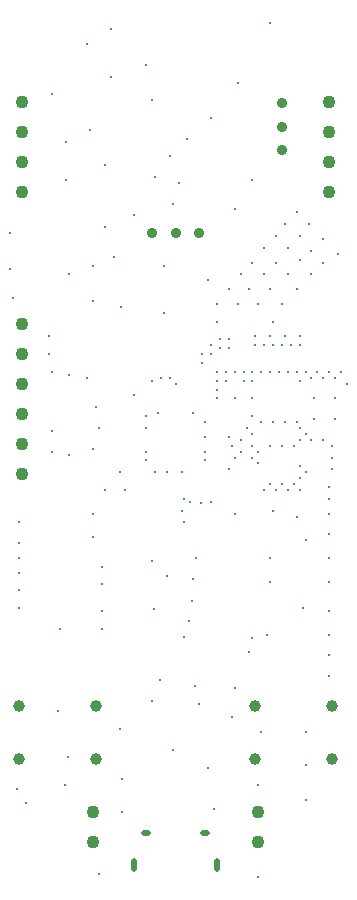
<source format=gbr>
%TF.GenerationSoftware,KiCad,Pcbnew,8.0.2*%
%TF.CreationDate,2024-07-02T22:35:27-04:00*%
%TF.ProjectId,HackerMouseProject,4861636b-6572-44d6-9f75-736550726f6a,rev?*%
%TF.SameCoordinates,Original*%
%TF.FileFunction,Plated,1,4,PTH,Mixed*%
%TF.FilePolarity,Positive*%
%FSLAX46Y46*%
G04 Gerber Fmt 4.6, Leading zero omitted, Abs format (unit mm)*
G04 Created by KiCad (PCBNEW 8.0.2) date 2024-07-02 22:35:27*
%MOMM*%
%LPD*%
G01*
G04 APERTURE LIST*
%TA.AperFunction,ViaDrill*%
%ADD10C,0.300000*%
%TD*%
G04 aperture for slot hole*
%TA.AperFunction,ComponentDrill*%
%ADD11C,0.500000*%
%TD*%
G04 aperture for slot hole*
%TA.AperFunction,ComponentDrill*%
%ADD12C,0.550000*%
%TD*%
%TA.AperFunction,ComponentDrill*%
%ADD13C,0.900000*%
%TD*%
%TA.AperFunction,ComponentDrill*%
%ADD14C,0.990000*%
%TD*%
%TA.AperFunction,ComponentDrill*%
%ADD15C,1.100000*%
%TD*%
G04 APERTURE END LIST*
D10*
X161000000Y-53250000D03*
X161000000Y-56250000D03*
X161250000Y-58750000D03*
X161610000Y-100350000D03*
X161750000Y-77750000D03*
X161750000Y-79500000D03*
X161750000Y-80750000D03*
X161750000Y-82000000D03*
X161750000Y-83500000D03*
X161750000Y-85000000D03*
X162310000Y-101510000D03*
X164250000Y-62000000D03*
X164250000Y-63500000D03*
X164500000Y-41500000D03*
X164500000Y-65000000D03*
X164500000Y-70000000D03*
X164500000Y-71750000D03*
X165020000Y-93740000D03*
X165250000Y-86750000D03*
X165630000Y-99940000D03*
X165750000Y-45500000D03*
X165750000Y-48750000D03*
X165870000Y-97640000D03*
X166000000Y-56750000D03*
X166000000Y-65250000D03*
X166000000Y-72000000D03*
X167500000Y-37250000D03*
X167500000Y-65500000D03*
X167750000Y-44500000D03*
X168000000Y-56000000D03*
X168000000Y-59000000D03*
X168000000Y-71500000D03*
X168000000Y-77000000D03*
X168000000Y-79000000D03*
X168250000Y-68000000D03*
X168500000Y-69750000D03*
X168500000Y-107500000D03*
X168750000Y-81500000D03*
X168750000Y-83000000D03*
X168750000Y-85250000D03*
X168750000Y-86750000D03*
X169000000Y-47500000D03*
X169000000Y-52750000D03*
X169000000Y-75000000D03*
X169500000Y-36000000D03*
X169500000Y-40000000D03*
X169750000Y-55250000D03*
X170250000Y-73500000D03*
X170260000Y-95220000D03*
X170337500Y-59500000D03*
X170500000Y-99500000D03*
X170500000Y-102250000D03*
X170750000Y-75000000D03*
X171500000Y-51750000D03*
X171500000Y-67000000D03*
X172500000Y-39000000D03*
X172500000Y-68750000D03*
X172500000Y-69750000D03*
X172500000Y-71750000D03*
X172500000Y-72500000D03*
X172970000Y-92830000D03*
X173000000Y-42000000D03*
X173000000Y-65750000D03*
X173000000Y-81000000D03*
X173180000Y-85080000D03*
X173250000Y-48500000D03*
X173250000Y-73500000D03*
X173500000Y-68500000D03*
X173640000Y-91060000D03*
X173750000Y-65500000D03*
X174000000Y-56000000D03*
X174000000Y-60000000D03*
X174250000Y-73500000D03*
X174250000Y-82250000D03*
X174500000Y-46750000D03*
X174500000Y-65500000D03*
X174750000Y-50750000D03*
X174750000Y-97000000D03*
X175000000Y-66000000D03*
X175250000Y-49000000D03*
X175500000Y-73500000D03*
X175500000Y-76750000D03*
X175710000Y-87410000D03*
X175710000Y-87410000D03*
X175750000Y-75750000D03*
X175750000Y-77750000D03*
X176000000Y-45250000D03*
X176150000Y-86070000D03*
X176250000Y-76000000D03*
X176350000Y-84390000D03*
X176500000Y-68500000D03*
X176500000Y-82500000D03*
X176610000Y-91610000D03*
X176750000Y-80750000D03*
X176960000Y-93150000D03*
X177113910Y-76113910D03*
X177250000Y-63500000D03*
X177250000Y-64250000D03*
X177500000Y-69250000D03*
X177500000Y-70500000D03*
X177500000Y-71750000D03*
X177500000Y-72500000D03*
X177750000Y-57250000D03*
X177750000Y-98500000D03*
X178000000Y-43500000D03*
X178000000Y-62750000D03*
X178000000Y-63500000D03*
X178000000Y-76000000D03*
X178250000Y-102000000D03*
X178500000Y-59250000D03*
X178500000Y-60750000D03*
X178500000Y-65000000D03*
X178500000Y-65750000D03*
X178500000Y-66500000D03*
X178500000Y-67250000D03*
X178750000Y-62250000D03*
X178750000Y-63000000D03*
X179250000Y-65000000D03*
X179250000Y-65750000D03*
X179500000Y-58000000D03*
X179500000Y-62250000D03*
X179500000Y-63000000D03*
X179500000Y-70500000D03*
X179500000Y-73250000D03*
X179750000Y-71250000D03*
X179750000Y-94250000D03*
X180000000Y-51250000D03*
X180000000Y-65000000D03*
X180000000Y-67250000D03*
X180000000Y-72250000D03*
X180000000Y-77000000D03*
X180000000Y-91750000D03*
X180250000Y-40500000D03*
X180250000Y-59250000D03*
X180500000Y-56750000D03*
X180500000Y-70750000D03*
X180500000Y-71750000D03*
X180750000Y-65000000D03*
X180750000Y-65750000D03*
X181000000Y-69750000D03*
X181250000Y-58000000D03*
X181250000Y-88750000D03*
X181500000Y-48750000D03*
X181500000Y-55750000D03*
X181500000Y-65000000D03*
X181500000Y-65750000D03*
X181500000Y-67250000D03*
X181500000Y-68750000D03*
X181500000Y-70250000D03*
X181500000Y-71250000D03*
X181500000Y-72250000D03*
X181500000Y-87500000D03*
X181750000Y-62000000D03*
X181750000Y-62750000D03*
X182000000Y-59250000D03*
X182000000Y-71750000D03*
X182000000Y-72750000D03*
X182000000Y-100000000D03*
X182000000Y-107750000D03*
X182234959Y-69225614D03*
X182250000Y-65000000D03*
X182250000Y-95500000D03*
X182500000Y-54500000D03*
X182500000Y-56750000D03*
X182500000Y-62750000D03*
X182500000Y-75000000D03*
X182750000Y-87250000D03*
X183000000Y-35500000D03*
X183000000Y-58000000D03*
X183000000Y-62000000D03*
X183000000Y-65000000D03*
X183000000Y-71250000D03*
X183000000Y-74500000D03*
X183000000Y-80750000D03*
X183000000Y-82750000D03*
X183250000Y-60750000D03*
X183250000Y-62750000D03*
X183250000Y-69250000D03*
X183250000Y-76750000D03*
X183500000Y-53500000D03*
X183500000Y-55750000D03*
X183500000Y-75000000D03*
X183750000Y-65000000D03*
X184000000Y-59250000D03*
X184000000Y-62750000D03*
X184000000Y-71250000D03*
X184000000Y-74500000D03*
X184250000Y-52500000D03*
X184250000Y-62000000D03*
X184250000Y-69250000D03*
X184500000Y-54500000D03*
X184500000Y-56750000D03*
X184500000Y-65000000D03*
X184500000Y-75000000D03*
X184750000Y-62750000D03*
X185000000Y-71250000D03*
X185000000Y-74500000D03*
X185250000Y-51500000D03*
X185250000Y-58000000D03*
X185250000Y-65000000D03*
X185250000Y-69250000D03*
X185250000Y-77250000D03*
X185500000Y-53500000D03*
X185500000Y-55500000D03*
X185500000Y-62000000D03*
X185500000Y-62750000D03*
X185500000Y-65750000D03*
X185500000Y-69750000D03*
X185500000Y-70750000D03*
X185500000Y-73000000D03*
X185500000Y-74000000D03*
X185500000Y-75000000D03*
X185750000Y-85000000D03*
X186000000Y-65000000D03*
X186000000Y-70250000D03*
X186000000Y-73500000D03*
X186000000Y-79250000D03*
X186000000Y-95500000D03*
X186000000Y-98250000D03*
X186000000Y-101250000D03*
X186250000Y-52500000D03*
X186500000Y-54750000D03*
X186500000Y-56750000D03*
X186500000Y-65500000D03*
X186500000Y-70750000D03*
X186750000Y-67250000D03*
X186750000Y-69000000D03*
X187000000Y-65000000D03*
X187500000Y-53750000D03*
X187500000Y-55750000D03*
X187500000Y-65500000D03*
X187500000Y-70750000D03*
X188000000Y-65000000D03*
X188000000Y-74750000D03*
X188000000Y-75750000D03*
X188000000Y-77000000D03*
X188000000Y-78750000D03*
X188000000Y-80750000D03*
X188000000Y-82750000D03*
X188000000Y-85250000D03*
X188000000Y-87250000D03*
X188000000Y-89000000D03*
X188000000Y-90750000D03*
X188200000Y-72250000D03*
X188250000Y-71250000D03*
X188250000Y-73250000D03*
X188500000Y-65500000D03*
X188500000Y-67250000D03*
X188500000Y-69000000D03*
X188750000Y-55000000D03*
X189000000Y-65000000D03*
X189500000Y-66000000D03*
D11*
%TO.C,J1*%
X171500000Y-107075000D02*
X171500000Y-106425000D01*
X178500000Y-107075000D02*
X178500000Y-106425000D01*
D12*
X172675000Y-104050000D02*
X172325000Y-104050000D01*
X177675000Y-104050000D02*
X177325000Y-104050000D01*
D13*
%TO.C,S1*%
X173000000Y-53250000D03*
X175000000Y-53250000D03*
X177000000Y-53250000D03*
X184000000Y-42250000D03*
X184000000Y-44250000D03*
X184000000Y-46250000D03*
D14*
%TO.C,SW3*%
X161750000Y-93250000D03*
X161750000Y-97750000D03*
X168250000Y-93250000D03*
X168250000Y-97750000D03*
%TO.C,SW1*%
X181750000Y-93250000D03*
X181750000Y-97750000D03*
X188250000Y-93250000D03*
X188250000Y-97750000D03*
D15*
%TO.C,J5*%
X162000000Y-42190000D03*
X162000000Y-44730000D03*
X162000000Y-47270000D03*
X162000000Y-49810000D03*
%TO.C,J3*%
X162000000Y-60950000D03*
X162000000Y-63490000D03*
X162000000Y-66030000D03*
X162000000Y-68570000D03*
X162000000Y-71110000D03*
X162000000Y-73650000D03*
%TO.C,J6*%
X168000000Y-102230000D03*
X168000000Y-104770000D03*
%TO.C,J2*%
X182000000Y-102230000D03*
X182000000Y-104770000D03*
%TO.C,J4*%
X188000000Y-42190000D03*
X188000000Y-44730000D03*
X188000000Y-47270000D03*
X188000000Y-49810000D03*
M02*

</source>
